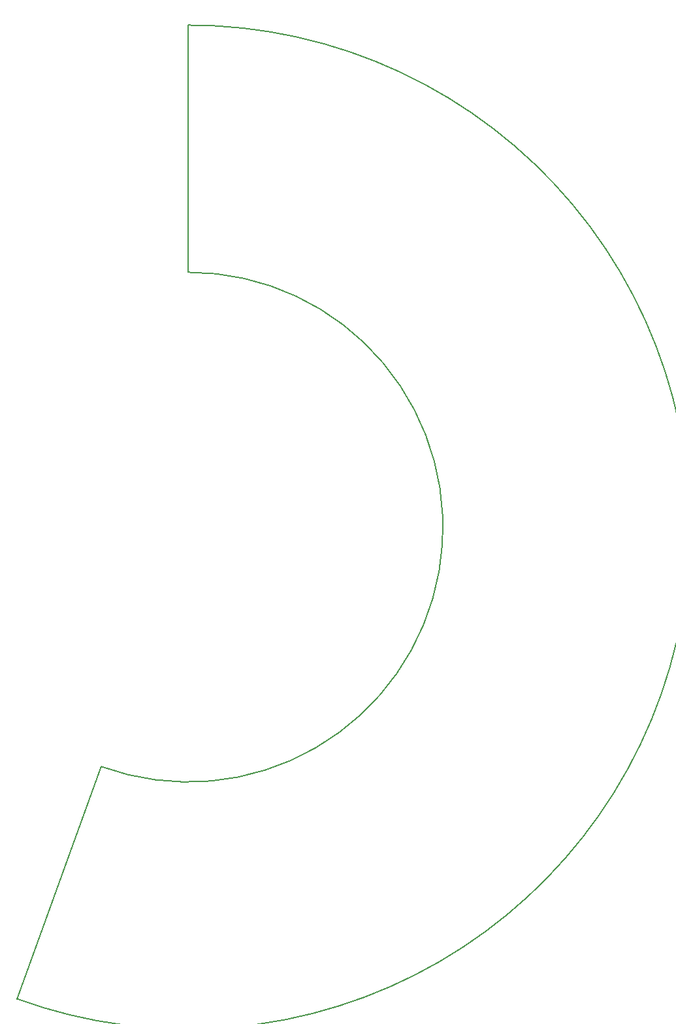
<source format=gbr>
%TF.GenerationSoftware,KiCad,Pcbnew,7.0.1*%
%TF.CreationDate,2023-05-22T07:14:15+09:00*%
%TF.ProjectId,THRControlModuleBoard,54485243-6f6e-4747-926f-6c4d6f64756c,rev?*%
%TF.SameCoordinates,Original*%
%TF.FileFunction,Profile,NP*%
%FSLAX46Y46*%
G04 Gerber Fmt 4.6, Leading zero omitted, Abs format (unit mm)*
G04 Created by KiCad (PCBNEW 7.0.1) date 2023-05-22 07:14:15*
%MOMM*%
%LPD*%
G01*
G04 APERTURE LIST*
%TA.AperFunction,Profile*%
%ADD10C,0.200000*%
%TD*%
G04 APERTURE END LIST*
D10*
X80818691Y-154430020D02*
G75*
G03*
X103050000Y-28350000I22231309J61080020D01*
G01*
X91763335Y-124359856D02*
G75*
G03*
X103050000Y-60350000I11286665J31009856D01*
G01*
X103050000Y-60350000D02*
X103050000Y-28350000D01*
X91763335Y-124359856D02*
X80818691Y-154430020D01*
M02*

</source>
